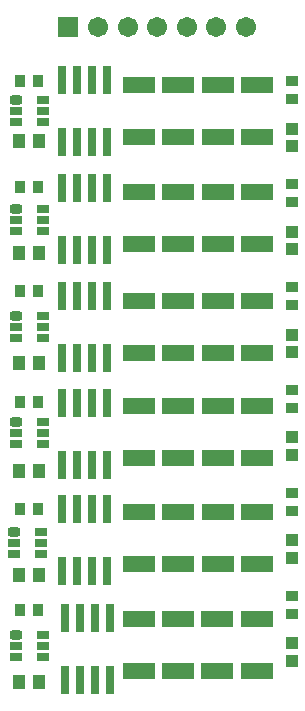
<source format=gts>
G04*
G04 #@! TF.GenerationSoftware,Altium Limited,Altium Designer,21.6.1 (37)*
G04*
G04 Layer_Color=8388736*
%FSLAX44Y44*%
%MOMM*%
G71*
G04*
G04 #@! TF.SameCoordinates,7934F4AE-985A-4D5C-9069-E765C515617C*
G04*
G04*
G04 #@! TF.FilePolarity,Negative*
G04*
G01*
G75*
%ADD23R,1.0000X1.2000*%
%ADD24R,0.9000X1.1000*%
%ADD25R,0.8000X2.4000*%
G04:AMPARAMS|DCode=26|XSize=0.8mm|YSize=1.1mm|CornerRadius=0.25mm|HoleSize=0mm|Usage=FLASHONLY|Rotation=270.000|XOffset=0mm|YOffset=0mm|HoleType=Round|Shape=RoundedRectangle|*
%AMROUNDEDRECTD26*
21,1,0.8000,0.6000,0,0,270.0*
21,1,0.3000,1.1000,0,0,270.0*
1,1,0.5000,-0.3000,-0.1500*
1,1,0.5000,-0.3000,0.1500*
1,1,0.5000,0.3000,0.1500*
1,1,0.5000,0.3000,-0.1500*
%
%ADD26ROUNDEDRECTD26*%
%ADD27R,1.1000X0.8000*%
%ADD28R,2.8000X1.4000*%
%ADD29R,1.1000X0.9000*%
%ADD30R,1.0000X1.0000*%
%ADD31C,1.7080*%
%ADD32R,1.7080X1.7080*%
D23*
X245988Y493620D02*
D03*
X228988D02*
D03*
X245988Y581900D02*
D03*
X228988D02*
D03*
X245988Y673100D02*
D03*
X228988D02*
D03*
X245988Y766480D02*
D03*
X228988D02*
D03*
X245988Y403000D02*
D03*
X228988D02*
D03*
Y861060D02*
D03*
X245988D02*
D03*
D24*
X244988Y549500D02*
D03*
X229988D02*
D03*
X244988Y640320D02*
D03*
X229988D02*
D03*
X244988Y734060D02*
D03*
X229988D02*
D03*
X244988Y463960D02*
D03*
X229988D02*
D03*
X244988Y911860D02*
D03*
X229988D02*
D03*
Y822360D02*
D03*
X244988D02*
D03*
D25*
X303530Y912460D02*
D03*
X290830D02*
D03*
X265430D02*
D03*
X303530Y860460D02*
D03*
X290830D02*
D03*
X265430D02*
D03*
X278130Y912460D02*
D03*
Y860460D02*
D03*
X303530Y821020D02*
D03*
X290830D02*
D03*
X265430D02*
D03*
X303530Y769020D02*
D03*
X290830D02*
D03*
X265430D02*
D03*
X278130Y821020D02*
D03*
Y769020D02*
D03*
X303530Y729580D02*
D03*
X290830D02*
D03*
X265430D02*
D03*
X303530Y677580D02*
D03*
X290830D02*
D03*
X265430D02*
D03*
X278130Y729580D02*
D03*
Y677580D02*
D03*
X303300Y639240D02*
D03*
X290600D02*
D03*
X265200D02*
D03*
X303300Y587240D02*
D03*
X290600D02*
D03*
X265200D02*
D03*
X277900Y639240D02*
D03*
Y587240D02*
D03*
X303530Y549240D02*
D03*
X290830D02*
D03*
X265430D02*
D03*
X303530Y497240D02*
D03*
X290830D02*
D03*
X265430D02*
D03*
X278130Y549240D02*
D03*
Y497240D02*
D03*
X306070Y456940D02*
D03*
X293370D02*
D03*
X267970D02*
D03*
X306070Y404940D02*
D03*
X293370D02*
D03*
X267970D02*
D03*
X280670Y456940D02*
D03*
Y404940D02*
D03*
D26*
X225990Y442980D02*
D03*
X224720Y530200D02*
D03*
X226060Y623520D02*
D03*
X225990Y713080D02*
D03*
Y803920D02*
D03*
X225988Y895960D02*
D03*
D27*
X225990Y433480D02*
D03*
Y423980D02*
D03*
X248990D02*
D03*
Y433480D02*
D03*
Y442980D02*
D03*
X224720Y520700D02*
D03*
Y511200D02*
D03*
X247720D02*
D03*
Y520700D02*
D03*
Y530200D02*
D03*
X226060Y614020D02*
D03*
Y604520D02*
D03*
X249060D02*
D03*
Y614020D02*
D03*
Y623520D02*
D03*
X225990Y703580D02*
D03*
Y694080D02*
D03*
X248990D02*
D03*
Y703580D02*
D03*
Y713080D02*
D03*
X225990Y794420D02*
D03*
Y784920D02*
D03*
X248990D02*
D03*
Y794420D02*
D03*
Y803920D02*
D03*
X225988Y886460D02*
D03*
Y876960D02*
D03*
X248988D02*
D03*
Y886460D02*
D03*
Y895960D02*
D03*
D28*
X430530Y412340D02*
D03*
Y456340D02*
D03*
X396240Y412340D02*
D03*
Y456340D02*
D03*
X363220Y412340D02*
D03*
Y456340D02*
D03*
X330200Y412340D02*
D03*
Y456340D02*
D03*
Y502764D02*
D03*
Y546764D02*
D03*
Y592920D02*
D03*
Y636920D02*
D03*
Y681580D02*
D03*
Y725580D02*
D03*
Y774036D02*
D03*
Y818036D02*
D03*
Y864460D02*
D03*
Y908460D02*
D03*
X430530Y864460D02*
D03*
Y908460D02*
D03*
X397087Y864460D02*
D03*
Y908460D02*
D03*
X363643Y864460D02*
D03*
Y908460D02*
D03*
X430530Y774036D02*
D03*
Y818036D02*
D03*
X397087Y774036D02*
D03*
Y818036D02*
D03*
X430530Y681580D02*
D03*
Y725580D02*
D03*
X397087Y681580D02*
D03*
Y725580D02*
D03*
X430530Y592920D02*
D03*
Y636920D02*
D03*
X397087Y592920D02*
D03*
Y636920D02*
D03*
X430530Y502764D02*
D03*
Y546764D02*
D03*
X397087Y502764D02*
D03*
Y546764D02*
D03*
X363643Y774036D02*
D03*
Y818036D02*
D03*
Y681580D02*
D03*
Y725580D02*
D03*
Y592920D02*
D03*
Y636920D02*
D03*
Y502764D02*
D03*
Y546764D02*
D03*
D29*
X459740Y475976D02*
D03*
Y460976D02*
D03*
Y911740D02*
D03*
Y896740D02*
D03*
Y824587D02*
D03*
Y809587D02*
D03*
Y737434D02*
D03*
Y722434D02*
D03*
Y650282D02*
D03*
Y635282D02*
D03*
Y563129D02*
D03*
Y548129D02*
D03*
D30*
X460240Y435900D02*
D03*
Y420900D02*
D03*
Y871663D02*
D03*
Y856663D02*
D03*
Y784511D02*
D03*
Y769511D02*
D03*
Y697358D02*
D03*
Y682358D02*
D03*
Y610205D02*
D03*
Y595205D02*
D03*
Y523053D02*
D03*
Y508053D02*
D03*
D31*
X395840Y957580D02*
D03*
X370840D02*
D03*
X295840D02*
D03*
X320840D02*
D03*
X345840D02*
D03*
X420840D02*
D03*
D32*
X270840D02*
D03*
M02*

</source>
